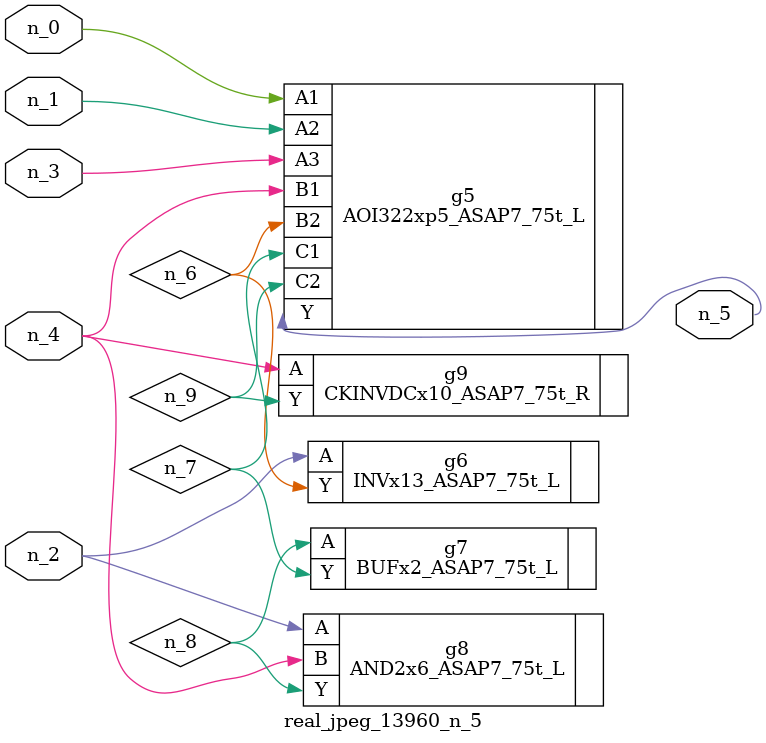
<source format=v>
module real_jpeg_13960_n_5 (n_4, n_0, n_1, n_2, n_3, n_5);

input n_4;
input n_0;
input n_1;
input n_2;
input n_3;

output n_5;

wire n_8;
wire n_6;
wire n_7;
wire n_9;

AOI322xp5_ASAP7_75t_L g5 ( 
.A1(n_0),
.A2(n_1),
.A3(n_3),
.B1(n_4),
.B2(n_6),
.C1(n_7),
.C2(n_9),
.Y(n_5)
);

INVx13_ASAP7_75t_L g6 ( 
.A(n_2),
.Y(n_6)
);

AND2x6_ASAP7_75t_L g8 ( 
.A(n_2),
.B(n_4),
.Y(n_8)
);

CKINVDCx10_ASAP7_75t_R g9 ( 
.A(n_4),
.Y(n_9)
);

BUFx2_ASAP7_75t_L g7 ( 
.A(n_8),
.Y(n_7)
);


endmodule
</source>
